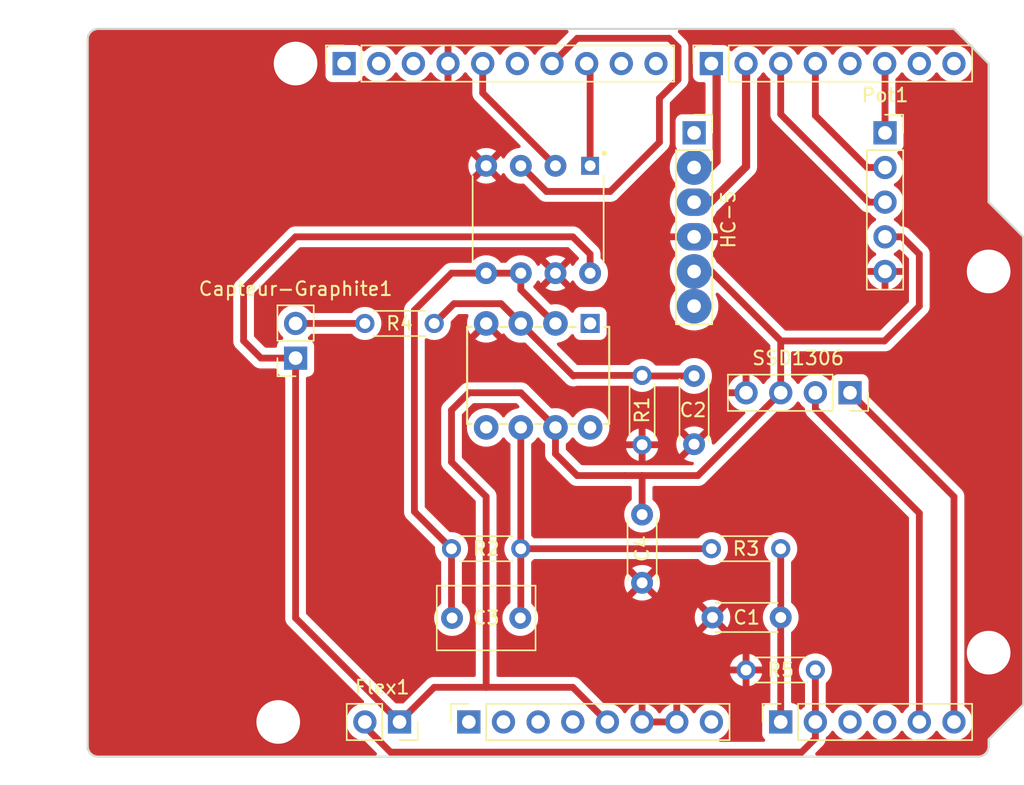
<source format=kicad_pcb>
(kicad_pcb (version 20221018) (generator pcbnew)
  (title_block (date "mar. 31 mars 2015"))
  (layers (0 "F.Cu" signal) (31 "B.Cu" signal) (34 "B.Paste" user) (35 "F.Paste" user) (36 "B.SilkS" user "B.Silkscreen") (37 "F.SilkS" user "F.Silkscreen") (38 "B.Mask" user) (39 "F.Mask" user) (44 "Edge.Cuts" user))
  (net 0 "")
  (net 1 "GND")
  (net 3 "ADC0")
  (net 4 "/IOREF")
  (net 5 "Net-(U1-+IN)")
  (net 6 "A")
  (net 7 "/A2")
  (net 8 "/A3")
  (net 9 "Net-(U1-OUT)")
  (net 10 "/12")
  (net 11 "/AREF")
  (net 12 "5V")
  (net 13 "SCK")
  (net 14 "/*9")
  (net 15 "/TX{slash}1")
  (net 16 "/*3")
  (net 17 "/RX{slash}0")
  (net 19 "/~{RESET}")
  (net 20 "MOSI")
  (net 21 "PWM{slash}SS")
  (net 22 "Net-(Capteur-Graphite1-Ampli)")
  (net 24 "/Vin")
  (net 25 "OLED SCL")
  (net 26 "OLED SDA")
  (net 27 "RXD")
  (net 28 "TXD")
  (net 29 "SW")
  (net 30 "DT")
  (net 31 "CLK")
  (net 36 "ADC1")
  (net 37 "/SCL{slash}A5")
  (net 38 "/SDA{slash}A4")
  (net 39 "/8")
  (footprint "Connector_PinSocket_2.54mm:PinSocket_1x08_P2.54mm_Vertical" (layer "F.Cu") (at 127.94 97.46 90)
    (fp_text reference "J1" hide)
    (fp_text value "Power")
    (fp_line (start -1.33 1.27) (end -1.33 19.11) (stroke (width 0.12)) (layer "F.SilkS"))
    (fp_line (start -1.33 1.27) (end 1.33 1.27) (stroke (width 0.12)) (layer "F.SilkS"))
    (fp_line (start -1.33 19.11) (end 1.33 19.11) (stroke (width 0.12)) (layer "F.SilkS"))
    (fp_line (start 0 -1.33) (end 1.33 -1.33) (stroke (width 0.12)) (layer "F.SilkS"))
    (fp_line (start 1.33 -1.33) (end 1.33 0) (stroke (width 0.12)) (layer "F.SilkS"))
    (fp_line (start 1.33 1.27) (end 1.33 19.11) (stroke (width 0.12)) (layer "F.SilkS"))
    (pad "1" thru_hole rect locked (at 0 0 90) (size 1.7 1.7) (drill 1) (layers "*.Cu" "*.Mask"))
    (pad "2" thru_hole oval locked (at 0 2.54 90) (size 1.7 1.7) (drill 1) (layers "*.Cu" "*.Mask") (net 4 "/IOREF"))
    (pad "3" thru_hole oval locked (at 0 5.08 90) (size 1.7 1.7) (drill 1) (layers "*.Cu" "*.Mask") (net 19 "/~{RESET}"))
    (pad "4" thru_hole oval locked (at 0 7.62 90) (size 1.7 1.7) (drill 1) (layers "*.Cu" "*.Mask"))
    (pad "5" thru_hole oval locked (at 0 10.16 90) (size 1.7 1.7) (drill 1) (layers "*.Cu" "*.Mask") (net 12 "5V"))
    (pad "6" thru_hole oval locked (at 0 12.7 90) (size 1.7 1.7) (drill 1) (layers "*.Cu" "*.Mask") (net 1 "GND"))
    (pad "7" thru_hole oval locked (at 0 15.24 90) (size 1.7 1.7) (drill 1) (layers "*.Cu" "*.Mask") (net 1 "GND"))
    (pad "8" thru_hole oval locked (at 0 17.78 90) (size 1.7 1.7) (drill 1) (layers "*.Cu" "*.Mask") (net 24 "/Vin"))
  )
  (footprint "Connector_PinSocket_2.54mm:PinSocket_1x06_P2.54mm_Vertical" (layer "F.Cu") (at 150.8 97.46 90)
    (fp_text reference "J3" hide)
    (fp_text value "Analog")
    (fp_line (start -1.33 1.27) (end -1.33 14.03) (stroke (width 0.12)) (layer "F.SilkS"))
    (fp_line (start -1.33 1.27) (end 1.33 1.27) (stroke (width 0.12)) (layer "F.SilkS"))
    (fp_line (start -1.33 14.03) (end 1.33 14.03) (stroke (width 0.12)) (layer "F.SilkS"))
    (fp_line (start 0 -1.33) (end 1.33 -1.33) (stroke (width 0.12)) (layer "F.SilkS"))
    (fp_line (start 1.33 -1.33) (end 1.33 0) (stroke (width 0.12)) (layer "F.SilkS"))
    (fp_line (start 1.33 1.27) (end 1.33 14.03) (stroke (width 0.12)) (layer "F.SilkS"))
    (pad "1" thru_hole rect locked (at 0 0 90) (size 1.7 1.7) (drill 1) (layers "*.Cu" "*.Mask") (net 3 "ADC0"))
    (pad "2" thru_hole oval locked (at 0 2.54 90) (size 1.7 1.7) (drill 1) (layers "*.Cu" "*.Mask") (net 36 "ADC1"))
    (pad "3" thru_hole oval locked (at 0 5.08 90) (size 1.7 1.7) (drill 1) (layers "*.Cu" "*.Mask") (net 7 "/A2"))
    (pad "4" thru_hole oval locked (at 0 7.62 90) (size 1.7 1.7) (drill 1) (layers "*.Cu" "*.Mask") (net 8 "/A3"))
    (pad "5" thru_hole oval locked (at 0 10.16 90) (size 1.7 1.7) (drill 1) (layers "*.Cu" "*.Mask") (net 26 "OLED SDA"))
    (pad "6" thru_hole oval locked (at 0 12.7 90) (size 1.7 1.7) (drill 1) (layers "*.Cu" "*.Mask") (net 25 "OLED SCL"))
  )
  (footprint "Connector_PinSocket_2.54mm:PinSocket_1x10_P2.54mm_Vertical" (layer "F.Cu") (at 118.796 49.2 90)
    (fp_text reference "J2" hide)
    (fp_text value "Digital/PWM")
    (fp_line (start -1.33 1.27) (end -1.33 24.19) (stroke (width 0.12)) (layer "F.SilkS"))
    (fp_line (start -1.33 1.27) (end 1.33 1.27) (stroke (width 0.12)) (layer "F.SilkS"))
    (fp_line (start -1.33 24.19) (end 1.33 24.19) (stroke (width 0.12)) (layer "F.SilkS"))
    (fp_line (start 0 -1.33) (end 1.33 -1.33) (stroke (width 0.12)) (layer "F.SilkS"))
    (fp_line (start 1.33 -1.33) (end 1.33 0) (stroke (width 0.12)) (layer "F.SilkS"))
    (fp_line (start 1.33 1.27) (end 1.33 24.19) (stroke (width 0.12)) (layer "F.SilkS"))
    (pad "1" thru_hole rect locked (at 0 0 90) (size 1.7 1.7) (drill 1) (layers "*.Cu" "*.Mask") (net 37 "/SCL{slash}A5"))
    (pad "2" thru_hole circle locked (at 0 2.54 90) (size 1.7 1.7) (drill 1) (layers "*.Cu" "*.Mask") (net 38 "/SDA{slash}A4"))
    (pad "3" thru_hole oval locked (at 0 5.08 90) (size 1.7 1.7) (drill 1) (layers "*.Cu" "*.Mask") (net 11 "/AREF"))
    (pad "4" thru_hole oval locked (at 0 7.62 90) (size 1.7 1.7) (drill 1) (layers "*.Cu" "*.Mask") (net 1 "GND"))
    (pad "5" thru_hole oval locked (at 0 10.16 90) (size 1.7 1.7) (drill 1) (layers "*.Cu" "*.Mask") (net 13 "SCK"))
    (pad "6" thru_hole oval locked (at 0 12.7 90) (size 1.7 1.7) (drill 1) (layers "*.Cu" "*.Mask") (net 10 "/12"))
    (pad "7" thru_hole oval locked (at 0 15.24 90) (size 1.7 1.7) (drill 1) (layers "*.Cu" "*.Mask") (net 20 "MOSI"))
    (pad "8" thru_hole oval locked (at 0 17.78 90) (size 1.7 1.7) (drill 1) (layers "*.Cu" "*.Mask") (net 21 "PWM{slash}SS"))
    (pad "9" thru_hole oval locked (at 0 20.32 90) (size 1.7 1.7) (drill 1) (layers "*.Cu" "*.Mask") (net 14 "/*9"))
    (pad "10" thru_hole oval locked (at 0 22.86 90) (size 1.7 1.7) (drill 1) (layers "*.Cu" "*.Mask") (net 39 "/8"))
  )
  (footprint "Connector_PinSocket_2.54mm:PinSocket_1x08_P2.54mm_Vertical" (layer "F.Cu") (at 145.72 49.2 90)
    (fp_text reference "J4" hide)
    (fp_text value "Digital/PWM")
    (fp_line (start -1.33 1.27) (end -1.33 19.11) (stroke (width 0.12)) (layer "F.SilkS"))
    (fp_line (start -1.33 1.27) (end 1.33 1.27) (stroke (width 0.12)) (layer "F.SilkS"))
    (fp_line (start -1.33 19.11) (end 1.33 19.11) (stroke (width 0.12)) (layer "F.SilkS"))
    (fp_line (start 0 -1.33) (end 1.33 -1.33) (stroke (width 0.12)) (layer "F.SilkS"))
    (fp_line (start 1.33 -1.33) (end 1.33 0) (stroke (width 0.12)) (layer "F.SilkS"))
    (fp_line (start 1.33 1.27) (end 1.33 19.11) (stroke (width 0.12)) (layer "F.SilkS"))
    (pad "1" thru_hole rect locked (at 0 0 90) (size 1.7 1.7) (drill 1) (layers "*.Cu" "*.Mask") (net 27 "RXD"))
    (pad "2" thru_hole oval locked (at 0 2.54 90) (size 1.7 1.7) (drill 1) (layers "*.Cu" "*.Mask") (net 28 "TXD"))
    (pad "3" thru_hole oval locked (at 0 5.08 90) (size 1.7 1.7) (drill 1) (layers "*.Cu" "*.Mask") (net 29 "SW"))
    (pad "4" thru_hole oval locked (at 0 7.62 90) (size 1.7 1.7) (drill 1) (layers "*.Cu" "*.Mask") (net 30 "DT"))
    (pad "5" thru_hole oval locked (at 0 10.16 90) (size 1.7 1.7) (drill 1) (layers "*.Cu" "*.Mask") (net 16 "/*3"))
    (pad "6" thru_hole oval locked (at 0 12.7 90) (size 1.7 1.7) (drill 1) (layers "*.Cu" "*.Mask") (net 31 "CLK"))
    (pad "7" thru_hole oval locked (at 0 15.24 90) (size 1.7 1.7) (drill 1) (layers "*.Cu" "*.Mask") (net 15 "/TX{slash}1"))
    (pad "8" thru_hole oval locked (at 0 17.78 90) (size 1.7 1.7) (drill 1) (layers "*.Cu" "*.Mask") (net 17 "/RX{slash}0"))
  )
  (footprint "Connector_PinSocket_2.54mm:PinSocket_1x02_P2.54mm_Vertical" (layer "F.Cu") (at 115.24 70.79 180)
    (fp_text reference "Capteur-Graphite1" (at 0 5.08) (layer "F.SilkS"))
    (fp_text value "Capteur Graphite")
    (fp_line (start -1.33 1.27) (end -1.33 3.87) (stroke (width 0.12)) (layer "F.SilkS"))
    (fp_line (start -1.33 1.27) (end 1.33 1.27) (stroke (width 0.12)) (layer "F.SilkS"))
    (fp_line (start -1.33 3.87) (end 1.33 3.87) (stroke (width 0.12)) (layer "F.SilkS"))
    (fp_line (start 0 -1.33) (end 1.33 -1.33) (stroke (width 0.12)) (layer "F.SilkS"))
    (fp_line (start 1.33 -1.33) (end 1.33 0) (stroke (width 0.12)) (layer "F.SilkS"))
    (fp_line (start 1.33 1.27) (end 1.33 3.87) (stroke (width 0.12)) (layer "F.SilkS"))
    (pad "1" thru_hole rect (at 0 0 180) (size 1.7 1.7) (drill 1) (layers "*.Cu" "*.Mask") (net 12 "5V"))
    (pad "2" thru_hole oval (at 0 2.54 180) (size 1.7 1.7) (drill 1) (layers "*.Cu" "*.Mask") (net 22 "Net-(Capteur-Graphite1-Ampli)"))
  )
  (footprint "Connector_PinSocket_2.54mm:PinSocket_1x04_P2.54mm_Vertical" (layer "F.Cu") (at 155.88 73.33 -90)
    (fp_text reference "SSD1306" (at -2.54 3.81) (layer "F.SilkS"))
    (fp_text value "SSD1306")
    (fp_line (start -1.33 1.27) (end -1.33 8.95) (stroke (width 0.12)) (layer "F.SilkS"))
    (fp_line (start -1.33 1.27) (end 1.33 1.27) (stroke (width 0.12)) (layer "F.SilkS"))
    (fp_line (start -1.33 8.95) (end 1.33 8.95) (stroke (width 0.12)) (layer "F.SilkS"))
    (fp_line (start 0 -1.33) (end 1.33 -1.33) (stroke (width 0.12)) (layer "F.SilkS"))
    (fp_line (start 1.33 -1.33) (end 1.33 0) (stroke (width 0.12)) (layer "F.SilkS"))
    (fp_line (start 1.33 1.27) (end 1.33 8.95) (stroke (width 0.12)) (layer "F.SilkS"))
    (pad "1" thru_hole rect (at 0 0 270) (size 1.7 1.7) (drill 1) (layers "*.Cu" "*.Mask") (net 25 "OLED SCL"))
    (pad "2" thru_hole oval (at 0 2.54 270) (size 1.7 1.7) (drill 1) (layers "*.Cu" "*.Mask") (net 26 "OLED SDA"))
    (pad "3" thru_hole oval (at 0 5.08 270) (size 1.7 1.7) (drill 1) (layers "*.Cu" "*.Mask") (net 12 "5V"))
    (pad "4" thru_hole oval (at 0 7.62 270) (size 1.7 1.7) (drill 1) (layers "*.Cu" "*.Mask") (net 1 "GND"))
  )
  (footprint "Ma_Librairie:LTC1050" (layer "F.Cu") (at 129.21 75.87 -90)
    (fp_text reference "U1" hide)
    (fp_text value "LTC1050#CN8")
    (fp_line (start -7.366 -9.017) (end -7.366 -8.6614) (stroke (width 0.1524)) (layer "F.SilkS"))
    (fp_line (start -7.366 -6.5786) (end -7.366 -6.0706) (stroke (width 0.1524)) (layer "F.SilkS"))
    (fp_line (start -7.366 -4.0894) (end -7.366 -3.5306) (stroke (width 0.1524)) (layer "F.SilkS"))
    (fp_line (start -7.366 -1.5494) (end -7.366 -0.9906) (stroke (width 0.1524)) (layer "F.SilkS"))
    (fp_line (start -7.366 0.9906) (end -7.366 1.397) (stroke (width 0.1524)) (layer "F.SilkS"))
    (fp_line (start -7.366 1.397) (end -0.254 1.397) (stroke (width 0.1524)) (layer "F.SilkS"))
    (fp_line (start -0.254 -9.017) (end -7.366 -9.017) (stroke (width 0.1524)) (layer "F.SilkS"))
    (fp_line (start -0.254 -8.6106) (end -0.254 -9.017) (stroke (width 0.1524)) (layer "F.SilkS"))
    (fp_line (start -0.254 -6.0706) (end -0.254 -6.6294) (stroke (width 0.1524)) (layer "F.SilkS"))
    (fp_line (start -0.254 -3.5306) (end -0.254 -4.0894) (stroke (width 0.1524)) (layer "F.SilkS"))
    (fp_line (start -0.254 -0.9906) (end -0.254 -1.5494) (stroke (width 0.1524)) (layer "F.SilkS"))
    (fp_line (start -0.254 1.397) (end -0.254 0.9906) (stroke (width 0.1524)) (layer "F.SilkS"))
    (pad "1" thru_hole rect (at -7.62 -7.62 270) (size 1.397 1.397) (drill 0.9) (layers "*.Cu" "*.Mask"))
    (pad "2" thru_hole circle (at -7.62 -5.08 270) (size 1.8 1.8) (drill 0.9) (layers "*.Cu" "*.Mask") (net 6 "A"))
    (pad "3" thru_hole circle (at -7.62 -2.54 270) (size 1.8 1.8) (drill 0.9) (layers "*.Cu" "*.Mask") (net 5 "Net-(U1-+IN)"))
    (pad "4" thru_hole circle (at -7.62 0 270) (size 1.8 1.8) (drill 0.9) (layers "*.Cu" "*.Mask") (net 1 "GND"))
    (pad "5" thru_hole circle (at 0 0 270) (size 1.8 1.8) (drill 0.9) (layers "*.Cu" "*.Mask"))
    (pad "6" thru_hole circle (at 0 -2.54 270) (size 1.8 1.8) (drill 0.9) (layers "*.Cu" "*.Mask") (net 9 "Net-(U1-OUT)"))
    (pad "7" thru_hole circle (at 0 -5.08 270) (size 1.8 1.8) (drill 0.9) (layers "*.Cu" "*.Mask") (net 12 "5V"))
    (pad "8" thru_hole circle (at 0 -7.62 270) (size 1.8 1.8) (drill 0.9) (layers "*.Cu" "*.Mask"))
  )
  (footprint "Resistor_THT:R_Axial_DIN0204_L3.6mm_D1.6mm_P5.08mm_Horizontal" (layer "F.Cu") (at 126.67 84.76)
    (fp_text reference "R2" (at 2.54 0) (layer "F.SilkS"))
    (fp_text value "100k")
    (fp_line (start 0.62 -0.92) (end 4.46 -0.92) (stroke (width 0.12)) (layer "F.SilkS"))
    (fp_line (start 0.62 0.92) (end 4.46 0.92) (stroke (width 0.12)) (layer "F.SilkS"))
    (pad "1" thru_hole circle (at 0 0) (size 1.4 1.4) (drill 0.8) (layers "*.Cu" "*.Mask") (net 6 "A"))
    (pad "2" thru_hole oval (at 5.08 0) (size 1.4 1.4) (drill 0.8) (layers "*.Cu" "*.Mask") (net 9 "Net-(U1-OUT)"))
  )
  (footprint "Resistor_THT:R_Axial_DIN0204_L3.6mm_D1.6mm_P5.08mm_Horizontal" (layer "F.Cu") (at 145.72 84.76)
    (fp_text reference "R3" (at 2.54 0 180) (layer "F.SilkS"))
    (fp_text value "1k")
    (fp_line (start 0.62 -0.92) (end 4.46 -0.92) (stroke (width 0.12)) (layer "F.SilkS"))
    (fp_line (start 0.62 0.92) (end 4.46 0.92) (stroke (width 0.12)) (layer "F.SilkS"))
    (pad "1" thru_hole circle (at 0 0) (size 1.4 1.4) (drill 0.8) (layers "*.Cu" "*.Mask") (net 9 "Net-(U1-OUT)"))
    (pad "2" thru_hole oval (at 5.08 0) (size 1.4 1.4) (drill 0.8) (layers "*.Cu" "*.Mask") (net 3 "ADC0"))
  )
  (footprint "Capacitor_THT:C_Disc_D4.3mm_W1.9mm_P5.00mm" (layer "F.Cu") (at 150.8 89.8 180)
    (fp_text reference "C1" (at 2.5 0 180) (layer "F.SilkS"))
    (fp_text value "100n")
    (fp_line (start 0.23 -1.07) (end 0.23 -1.055) (stroke (width 0.12)) (layer "F.SilkS"))
    (fp_line (start 0.23 -1.07) (end 4.77 -1.07) (stroke (width 0.12)) (layer "F.SilkS"))
    (fp_line (start 0.23 1.055) (end 0.23 1.07) (stroke (width 0.12)) (layer "F.SilkS"))
    (fp_line (start 0.23 1.07) (end 4.77 1.07) (stroke (width 0.12)) (layer "F.SilkS"))
    (fp_line (start 4.77 -1.07) (end 4.77 -1.055) (stroke (width 0.12)) (layer "F.SilkS"))
    (fp_line (start 4.77 1.055) (end 4.77 1.07) (stroke (width 0.12)) (layer "F.SilkS"))
    (pad "1" thru_hole circle (at 0 0 180) (size 1.6 1.6) (drill 0.8) (layers "*.Cu" "*.Mask") (net 3 "ADC0"))
    (pad "2" thru_hole circle (at 5 0 180) (size 1.6 1.6) (drill 0.8) (layers "*.Cu" "*.Mask") (net 1 "GND"))
  )
  (footprint "Arduino_MountingHole:MountingHole_3.2mm" (layer "F.Cu") (at 115.24 49.2)
    (fp_text reference "MH1" hide)
    (fp_text value "MountingHole_3.2mm" hide)
    (pad "" np_thru_hole circle locked (at 0 0) (size 3.2 3.2) (drill 3.2) (layers "*.Cu" "*.Mask"))
  )
  (footprint "Connector_PinSocket_2.54mm:PinSocket_1x05_P2.54mm_Vertical" (layer "F.Cu") (at 158.445 54.28)
    (fp_text reference "Pot1" (at 0 -2.77) (layer "F.SilkS"))
    (fp_text value "KY-040")
    (fp_line (start -1.33 1.27) (end -1.33 11.49) (stroke (width 0.12)) (layer "F.SilkS"))
    (fp_line (start -1.33 1.27) (end 1.33 1.27) (stroke (width 0.12)) (layer "F.SilkS"))
    (fp_line (start -1.33 11.49) (end 1.33 11.49) (stroke (width 0.12)) (layer "F.SilkS"))
    (fp_line (start 0 -1.33) (end 1.33 -1.33) (stroke (width 0.12)) (layer "F.SilkS"))
    (fp_line (start 1.33 -1.33) (end 1.33 0) (stroke (width 0.12)) (layer "F.SilkS"))
    (fp_line (start 1.33 1.27) (end 1.33 11.49) (stroke (width 0.12)) (layer "F.SilkS"))
    (pad "1" thru_hole rect (at 0 0) (size 1.7 1.7) (drill 1) (layers "*.Cu" "*.Mask") (net 31 "CLK"))
    (pad "2" thru_hole oval (at 0 2.54) (size 1.7 1.7) (drill 1) (layers "*.Cu" "*.Mask") (net 30 "DT"))
    (pad "3" thru_hole oval (at 0 5.08) (size 1.7 1.7) (drill 1) (layers "*.Cu" "*.Mask") (net 29 "SW"))
    (pad "4" thru_hole oval (at 0 7.62) (size 1.7 1.7) (drill 1) (layers "*.Cu" "*.Mask") (net 12 "5V"))
    (pad "5" thru_hole oval (at 0 10.16) (size 1.7 1.7) (drill 1) (layers "*.Cu" "*.Mask") (net 1 "GND"))
  )
  (footprint "Resistor_THT:R_Axial_DIN0204_L3.6mm_D1.6mm_P5.08mm_Horizontal" (layer "F.Cu") (at 120.32 68.25)
    (fp_text reference "R4" (at 2.54 0) (layer "F.SilkS"))
    (fp_text value "10k")
    (fp_line (start 0.62 -0.92) (end 4.46 -0.92) (stroke (width 0.12)) (layer "F.SilkS"))
    (fp_line (start 0.62 0.92) (end 4.46 0.92) (stroke (width 0.12)) (layer "F.SilkS"))
    (pad "1" thru_hole circle (at 0 0) (size 1.4 1.4) (drill 0.8) (layers "*.Cu" "*.Mask") (net 22 "Net-(Capteur-Graphite1-Ampli)"))
    (pad "2" thru_hole oval (at 5.08 0) (size 1.4 1.4) (drill 0.8) (layers "*.Cu" "*.Mask") (net 5 "Net-(U1-+IN)"))
  )
  (footprint "Resistor_THT:R_Axial_DIN0204_L3.6mm_D1.6mm_P5.08mm_Horizontal" (layer "F.Cu") (at 153.34 93.65 180)
    (fp_text reference "R5" (at 2.54 0) (layer "F.SilkS"))
    (fp_text value "47k")
    (fp_line (start 0.62 -0.92) (end 4.46 -0.92) (stroke (width 0.12)) (layer "F.SilkS"))
    (fp_line (start 0.62 0.92) (end 4.46 0.92) (stroke (width 0.12)) (layer "F.SilkS"))
    (pad "1" thru_hole circle (at 0 0 180) (size 1.4 1.4) (drill 0.8) (layers "*.Cu" "*.Mask") (net 36 "ADC1"))
    (pad "2" thru_hole oval (at 5.08 0 180) (size 1.4 1.4) (drill 0.8) (layers "*.Cu" "*.Mask") (net 1 "GND"))
  )
  (footprint "Resistor_THT:R_Axial_DIN0204_L3.6mm_D1.6mm_P5.08mm_Horizontal" (layer "F.Cu") (at 140.64 72.06 -90)
    (fp_text reference "R1" (at 2.54 0 90) (layer "F.SilkS"))
    (fp_text value "100k")
    (fp_line (start 0.62 -0.92) (end 4.46 -0.92) (stroke (width 0.12)) (layer "F.SilkS"))
    (fp_line (start 0.62 0.92) (end 4.46 0.92) (stroke (width 0.12)) (layer "F.SilkS"))
    (pad "1" thru_hole circle (at 0 0 270) (size 1.4 1.4) (drill 0.8) (layers "*.Cu" "*.Mask") (net 5 "Net-(U1-+IN)"))
    (pad "2" thru_hole oval (at 5.08 0 270) (size 1.4 1.4) (drill 0.8) (layers "*.Cu" "*.Mask") (net 1 "GND"))
  )
  (footprint "Connector_PinSocket_2.54mm:PinSocket_1x06_P2.54mm_Vertical" (layer "F.Cu") (at 144.45 54.28)
    (fp_text reference "HC-5" (at 2.515 6.35 90) (layer "F.SilkS"))
    (fp_text value "HC-05")
    (fp_line (start -1.33 1.27) (end -1.33 14.03) (stroke (width 0.12)) (layer "F.SilkS"))
    (fp_line (start -1.33 1.27) (end 1.33 1.27) (stroke (width 0.12)) (layer "F.SilkS"))
    (fp_line (start -1.33 14.03) (end 1.33 14.03) (stroke (width 0.12)) (layer "F.SilkS"))
    (fp_line (start 0 -1.33) (end 1.33 -1.33) (stroke (width 0.12)) (layer "F.SilkS"))
    (fp_line (start 1.33 -1.33) (end 1.33 0) (stroke (width 0.12)) (layer "F.SilkS"))
    (fp_line (start 1.33 1.27) (end 1.33 14.03) (stroke (width 0.12)) (layer "F.SilkS"))
    (pad "1" thru_hole rect (at 0 0) (size 1.7 1.7) (drill 1) (layers "*.Cu" "*.Mask"))
    (pad "2" thru_hole oval (at 0 2.54) (size 2.54 2.54) (drill 1) (layers "*.Cu" "*.Mask") (net 27 "RXD"))
    (pad "3" thru_hole oval (at 0 5.08) (size 2.54 2) (drill 1) (layers "*.Cu" "*.Mask") (net 28 "TXD"))
    (pad "4" thru_hole oval (at 0 7.62) (size 2.54 2) (drill 1) (layers "*.Cu" "*.Mask") (net 1 "GND"))
    (pad "5" thru_hole oval (at 0 10.16) (size 2.54 2.54) (drill 1) (layers "*.Cu" "*.Mask") (net 12 "5V"))
    (pad "6" thru_hole oval (at 0 12.7) (size 2.54 2.54) (drill 1) (layers "*.Cu" "*.Mask"))
  )
  (footprint "Connector_PinSocket_2.54mm:PinSocket_1x02_P2.54mm_Vertical" (layer "F.Cu") (at 122.86 97.46 -90)
    (fp_text reference "Flex1" (at -2.54 1.27) (layer "F.SilkS"))
    (fp_text value "Flex")
    (fp_line (start -1.33 1.27) (end -1.33 3.87) (stroke (width 0.12)) (layer "F.SilkS"))
    (fp_line (start -1.33 1.27) (end 1.33 1.27) (stroke (width 0.12)) (layer "F.SilkS"))
    (fp_line (start -1.33 3.87) (end 1.33 3.87) (stroke (width 0.12)) (layer "F.SilkS"))
    (fp_line (start 0 -1.33) (end 1.33 -1.33) (stroke (width 0.12)) (layer "F.SilkS"))
    (fp_line (start 1.33 -1.33) (end 1.33 0) (stroke (width 0.12)) (layer "F.SilkS"))
    (fp_line (start 1.33 1.27) (end 1.33 3.87) (stroke (width 0.12)) (layer "F.SilkS"))
    (pad "1" thru_hole rect (at 0 0 270) (size 1.7 1.7) (drill 1) (layers "*.Cu" "*.Mask") (net 12 "5V"))
    (pad "2" thru_hole oval (at 0 2.54 270) (size 1.7 1.7) (drill 1) (layers "*.Cu" "*.Mask") (net 36 "ADC1"))
  )
  (footprint "Capacitor_THT:C_Rect_L7.0mm_W4.5mm_P5.00mm" (layer "F.Cu") (at 126.71 89.84)
    (fp_text reference "C3" (at 2.5 0) (layer "F.SilkS"))
    (fp_text value "1u")
    (fp_line (start -1.12 -2.37) (end -1.12 2.37) (stroke (width 0.12)) (layer "F.SilkS"))
    (fp_line (start -1.12 -2.37) (end 6.12 -2.37) (stroke (width 0.12)) (layer "F.SilkS"))
    (fp_line (start -1.12 2.37) (end 6.12 2.37) (stroke (width 0.12)) (layer "F.SilkS"))
    (fp_line (start 6.12 -2.37) (end 6.12 2.37) (stroke (width 0.12)) (layer "F.SilkS"))
    (pad "1" thru_hole circle (at 0 0) (size 1.6 1.6) (drill 0.8) (layers "*.Cu" "*.Mask") (net 6 "A"))
    (pad "2" thru_hole circle (at 5 0) (size 1.6 1.6) (drill 0.8) (layers "*.Cu" "*.Mask") (net 9 "Net-(U1-OUT)"))
  )
  (footprint "Ma_Librairie:MCP" (layer "F.Cu") (at 133.02 60.63 -90)
    (fp_text reference "U2" hide)
    (fp_text value "MCP41050")
    (fp_line (start -3.18 -4.8) (end 3.18 -4.8) (stroke (width 0.127)) (layer "F.SilkS"))
    (fp_line (start 3.18 4.8) (end -3.18 4.8) (stroke (width 0.127)) (layer "F.SilkS"))
    (fp_circle (center -4.85 -4.85) (end -4.75 -4.85) (stroke (width 0.2)) (fill none) (layer "F.SilkS"))
    (pad "1" thru_hole rect (at -3.935 -3.81 270) (size 1.308 1.308) (drill 0.8) (layers "*.Cu" "*.Mask") (net 21 "PWM{slash}SS"))
    (pad "2" thru_hole circle (at -3.935 -1.27 270) (size 1.6 1.6) (drill 0.8) (layers "*.Cu" "*.Mask") (net 13 "SCK"))
    (pad "3" thru_hole circle (at -3.935 1.27 270) (size 1.6 1.6) (drill 0.8) (layers "*.Cu" "*.Mask") (net 20 "MOSI"))
    (pad "4" thru_hole circle (at -3.935 3.81 270) (size 1.6 1.6) (drill 0.8) (layers "*.Cu" "*.Mask") (net 1 "GND"))
    (pad "5" thru_hole circle (at 3.935 3.81 270) (size 1.6 1.6) (drill 0.8) (layers "*.Cu" "*.Mask") (net 6 "A"))
    (pad "6" thru_hole circle (at 3.935 1.27 270) (size 1.6 1.6) (drill 0.8) (layers "*.Cu" "*.Mask") (net 6 "A"))
    (pad "7" thru_hole circle (at 3.935 -1.27 270) (size 1.6 1.6) (drill 0.8) (layers "*.Cu" "*.Mask") (net 1 "GND"))
    (pad "8" thru_hole circle (at 3.935 -3.81 270) (size 1.6 1.6) (drill 0.8) (layers "*.Cu" "*.Mask") (net 12 "5V"))
  )
  (footprint "Capacitor_THT:C_Disc_D4.3mm_W1.9mm_P5.00mm" (layer "F.Cu") (at 140.64 87.26 90)
    (fp_text reference "C4" (at 2.5 0 90) (layer "F.SilkS"))
    (fp_text value "100n")
    (fp_line (start 0.23 -1.07) (end 0.23 -1.055) (stroke (width 0.12)) (layer "F.SilkS"))
    (fp_line (start 0.23 -1.07) (end 4.77 -1.07) (stroke (width 0.12)) (layer "F.SilkS"))
    (fp_line (start 0.23 1.055) (end 0.23 1.07) (stroke (width 0.12)) (layer "F.SilkS"))
    (fp_line (start 0.23 1.07) (end 4.77 1.07) (stroke (width 0.12)) (layer "F.SilkS"))
    (fp_line (start 4.77 -1.07) (end 4.77 -1.055) (stroke (width 0.12)) (layer "F.SilkS"))
    (fp_line (start 4.77 1.055) (end 4.77 1.07) (stroke (width 0.12)) (layer "F.SilkS"))
    (pad "1" thru_hole circle (at 0 0 90) (size 1.6 1.6) (drill 0.8) (layers "*.Cu" "*.Mask") (net 1 "GND"))
    (pad "2" thru_hole circle (at 5 0 90) (size 1.6 1.6) (drill 0.8) (layers "*.Cu" "*.Mask") (net 12 "5V"))
  )
  (footprint "Arduino_MountingHole:MountingHole_3.2mm" (layer "F.Cu") (at 113.97 97.46)
    (fp_text reference "MH2" hide)
    (fp_text value "MountingHole_3.2mm" hide)
    (pad "" np_thru_hole circle locked (at 0 0) (size 3.2 3.2) (drill 3.2) (layers "*.Cu" "*.Mask"))
  )
  (footprint "Arduino_MountingHole:MountingHole_3.2mm" (layer "F.Cu") (at 166.04 64.44)
    (fp_text reference "MH3" hide)
    (fp_text value "MountingHole_3.2mm" hide)
    (pad "" np_thru_hole circle locked (at 0 0) (size 3.2 3.2) (drill 3.2) (layers "*.Cu" "*.Mask"))
  )
  (footprint "Arduino_MountingHole:MountingHole_3.2mm" (layer "F.Cu") (at 166.04 92.38)
    (fp_text reference "MH4" hide)
    (fp_text value "MountingHole_3.2mm" hide)
    (pad "" np_thru_hole circle locked (at 0 0) (size 3.2 3.2) (drill 3.2) (layers "*.Cu" "*.Mask"))
  )
  (footprint "Capacitor_THT:C_Disc_D4.3mm_W1.9mm_P5.00mm" (layer "F.Cu") (at 144.45 72.1 -90)
    (fp_text reference "C2" (at 2.5 0.08 -180) (layer "F.SilkS"))
    (fp_text value "100n")
    (fp_line (start 0.23 -1.07) (end 0.23 -1.055) (stroke (width 0.12)) (layer "F.SilkS"))
    (fp_line (start 0.23 -1.07) (end 4.77 -1.07) (stroke (width 0.12)) (layer "F.SilkS"))
    (fp_line (start 0.23 1.055) (end 0.23 1.07) (stroke (width 0.12)) (layer "F.SilkS"))
    (fp_line (start 0.23 1.07) (end 4.77 1.07) (stroke (width 0.12)) (layer "F.SilkS"))
    (fp_line (start 4.77 -1.07) (end 4.77 -1.055) (stroke (width 0.12)) (layer "F.SilkS"))
    (fp_line (start 4.77 1.055) (end 4.77 1.07) (stroke (width 0.12)) (layer "F.SilkS"))
    (pad "1" thru_hole circle (at 0 0 270) (size 1.6 1.6) (drill 0.8) (layers "*.Cu" "*.Mask") (net 5 "Net-(U1-+IN)"))
    (pad "2" thru_hole circle (at 5 0 270) (size 1.6 1.6) (drill 0.8) (layers "*.Cu" "*.Mask") (net 1 "GND"))
  )
  (gr_line (start 166.04 59.36) (end 168.58 61.9) (stroke (width 0.15)) (layer "Edge.Cuts"))
  (gr_line (start 100 99.238) (end 100 47.422) (stroke (width 0.15)) (layer "Edge.Cuts"))
  (gr_line (start 168.58 61.9) (end 168.58 96.19) (stroke (width 0.15)) (layer "Edge.Cuts"))
  (gr_line (start 165.278 100) (end 100.762 100) (stroke (width 0.15)) (layer "Edge.Cuts"))
  (gr_line (start 100.762 46.66) (end 163.5 46.66) (stroke (width 0.15)) (layer "Edge.Cuts"))
  (gr_arc (start 100.762 100) (mid 100.223185 99.776815) (end 100 99.238) (stroke (width 0.15)) (layer "Edge.Cuts"))
  (gr_line (start 168.58 96.19) (end 166.04 98.73) (stroke (width 0.15)) (layer "Edge.Cuts"))
  (gr_line (start 163.5 46.66) (end 166.04 49.2) (stroke (width 0.15)) (layer "Edge.Cuts"))
  (gr_arc (start 166.04 99.238) (mid 165.816815 99.776815) (end 165.278 100) (stroke (width 0.15)) (layer "Edge.Cuts"))
  (gr_line (start 166.04 49.2) (end 166.04 59.36) (stroke (width 0.15)) (layer "Edge.Cuts"))
  (gr_line (start 166.04 98.73) (end 166.04 99.238) (stroke (width 0.15)) (layer "Edge.Cuts"))
  (gr_arc (start 100 47.422) (mid 100.223185 46.883185) (end 100.762 46.66) (stroke (width 0.15)) (layer "Edge.Cuts"))
  (segment (start 134.29 64.565) (end 134.29 64.44) (width 0.5) (layer "F.Cu") (net 1))
  (segment (start 126.416 49.2) (end 126.416 53.901) (width 0.5) (layer "F.Cu") (net 1))
  (segment (start 126.416 53.901) (end 129.21 56.695) (width 0.5) (layer "F.Cu") (net 1))
  (segment (start 140.68 77.1) (end 140.64 77.14) (width 0.5) (layer "F.Cu") (net 1))
  (segment (start 150.8 97.46) (end 150.8 89.8) (width 0.5) (layer "F.Cu") (net 3))
  (segment (start 150.8 89.8) (end 150.8 84.76) (width 0.5) (layer "F.Cu") (net 3))
  (segment (start 135.64 72.06) (end 135.6 72.1) (width 0.5) (layer "F.Cu") (net 5))
  (segment (start 140.64 72.06) (end 135.64 72.06) (width 0.5) (layer "F.Cu") (net 5))
  (segment (start 140.68 72.1) (end 140.64 72.06) (width 0.5) (layer "F.Cu") (net 5))
  (segment (start 126.8485 66.8015) (end 125.4 68.25) (width 0.5) (layer "F.Cu") (net 5))
  (segment (start 130.3015 66.8015) (end 126.8485 66.8015) (width 0.5) (layer "F.Cu") (net 5))
  (segment (start 131.75 68.25) (end 130.3015 66.8015) (width 0.5) (layer "F.Cu") (net 5))
  (segment (start 135.6 72.1) (end 131.75 68.25) (width 0.5) (layer "F.Cu") (net 5))
  (segment (start 144.45 72.1) (end 140.68 72.1) (width 0.5) (layer "F.Cu") (net 5))
  (segment (start 126.67 84.76) (end 123.95 82.04) (width 0.5) (layer "F.Cu") (net 6))
  (segment (start 129.21 64.565) (end 131.75 64.565) (width 0.5) (layer "F.Cu") (net 6))
  (segment (start 126.67 89.76) (end 126.75 89.84) (width 0.5) (layer "F.Cu") (net 6))
  (segment (start 134.29 68.25) (end 134.2275 68.25) (width 0.5) (layer "F.Cu") (net 6))
  (segment (start 123.95 82.04) (end 123.95 67.285) (width 0.5) (layer "F.Cu") (net 6))
  (segment (start 126.67 64.565) (end 123.95 67.285) (width 0.5) (layer "F.Cu") (net 6))
  (segment (start 126.67 84.76) (end 126.67 89.76) (width 0.5) (layer "F.Cu") (net 6))
  (segment (start 134.2275 68.25) (end 131.75 65.7725) (width 0.5) (layer "F.Cu") (net 6))
  (segment (start 131.75 65.7725) (end 131.75 64.565) (width 0.5) (layer "F.Cu") (net 6))
  (segment (start 129.21 64.565) (end 126.67 64.565) (width 0.5) (layer "F.Cu") (net 6))
  (segment (start 131.75 84.76) (end 131.75 75.87) (width 0.5) (layer "F.Cu") (net 9))
  (segment (start 145.72 84.76) (end 131.75 84.76) (width 0.5) (layer "F.Cu") (net 9))
  (segment (start 131.75 84.76) (end 131.75 89.84) (width 0.5) (layer "F.Cu") (net 9))
  (segment (start 115.24 89.84) (end 122.86 97.46) (width 0.5) (layer "F.Cu") (net 12))
  (segment (start 160.96 66.98) (end 158.4075 69.5325) (width 0.5) (layer "F.Cu") (net 12))
  (segment (start 127.94 73.33) (end 126.67 74.6) (width 0.5) (layer "F.Cu") (net 12))
  (segment (start 115.24 61.9) (end 135.56 61.9) (width 0.5) (layer "F.Cu") (net 12))
  (segment (start 125.4 94.92) (end 129.21 94.92) (width 0.5) (layer "F.Cu") (net 12))
  (segment (start 158.4075 69.5325) (end 150.8125 69.5325) (width 0.5) (layer "F.Cu") (net 12))
  (segment (start 131.75 73.33) (end 127.94 73.33) (width 0.5) (layer "F.Cu") (net 12))
  (segment (start 129.21 94.92) (end 135.56 94.92) (width 0.5) (layer "F.Cu") (net 12))
  (segment (start 134.29 75.87) (end 134.29 77.81) (width 0.5) (layer "F.Cu") (net 12))
  (segment (start 139.37 79.4) (end 135.88 79.4) (width 0.5) (layer "F.Cu") (net 12))
  (segment (start 150.8 73.33) (end 144.73 79.4) (width 0.5) (layer "F.Cu") (net 12))
  (segment (start 111.43 65.71) (end 115.24 61.9) (width 0.5) (layer "F.Cu") (net 12))
  (segment (start 129.21 94.92) (end 129.21 80.95) (width 0.5) (layer "F.Cu") (net 12))
  (segment (start 115.24 70.79) (end 115.24 89.84) (width 0.5) (layer "F.Cu") (net 12))
  (segment (start 140.64 79.4) (end 139.37 79.4) (width 0.5) (layer "F.Cu") (net 12))
  (segment (start 134.29 75.87) (end 131.75 73.33) (width 0.5) (layer "F.Cu") (net 12))
  (segment (start 150.8 69.545) (end 150.8 73.33) (width 0.5) (layer "F.Cu") (net 12))
  (segment (start 134.29 77.81) (end 135.88 79.4) (width 0.5) (layer "F.Cu") (net 12))
  (segment (start 111.43 69.52) (end 111.43 65.71) (width 0.5) (layer "F.Cu") (net 12))
  (segment (start 158.445 61.9) (end 159.69 61.9) (width 0.5) (layer "F.Cu") (net 12))
  (segment (start 160.96 63.17) (end 160.96 66.98) (width 0.5) (layer "F.Cu") (net 12))
  (segment (start 140.64 82.26) (end 140.64 79.4) (width 0.5) (layer "F.Cu") (net 12))
  (segment (start 122.86 97.46) (end 125.4 94.92) (width 0.5) (layer "F.Cu") (net 12))
  (segment (start 126.67 78.41) (end 129.21 80.95) (width 0.5) (layer "F.Cu") (net 12))
  (segment (start 150.8125 69.5325) (end 150.8 69.545) (width 0.5) (layer "F.Cu") (net 12))
  (segment (start 135.56 61.9) (end 136.83 63.17) (width 0.5) (layer "F.Cu") (net 12))
  (segment (start 115.24 70.79) (end 112.7 70.79) (width 0.5) (layer "F.Cu") (net 12))
  (segment (start 144.325 64.565) (end 144.45 64.44) (width 0.5) (layer "F.Cu") (net 12))
  (segment (start 144.73 79.4) (end 140.64 79.4) (width 0.5) (layer "F.Cu") (net 12))
  (segment (start 126.67 74.6) (end 126.67 78.41) (width 0.5) (layer "F.Cu") (net 12))
  (segment (start 145.72 64.44) (end 150.8125 69.5325) (width 0.5) (layer "F.Cu") (net 12))
  (segment (start 135.56 94.92) (end 138.1 97.46) (width 0.5) (layer "F.Cu") (net 12))
  (segment (start 144.45 64.44) (end 145.72 64.44) (width 0.5) (layer "F.Cu") (net 12))
  (segment (start 112.7 70.79) (end 111.43 69.52) (width 0.5) (layer "F.Cu") (net 12))
  (segment (start 136.83 63.17) (end 136.83 64.565) (width 0.5) (layer "F.Cu") (net 12))
  (segment (start 159.69 61.9) (end 160.96 63.17) (width 0.5) (layer "F.Cu") (net 12))
  (segment (start 128.956 49.2) (end 128.956 51.361) (width 0.5) (layer "F.Cu") (net 13))
  (segment (start 128.956 51.361) (end 134.29 56.695) (width 0.5) (layer "F.Cu") (net 13))
  (segment (start 143.275 48) (end 142.625 47.35) (width 0.5) (layer "F.Cu") (net 20))
  (segment (start 135.886 47.35) (end 134.036 49.2) (width 0.5) (layer "F.Cu") (net 20))
  (segment (start 131.75 56.695) (end 133.63 58.575) (width 0.5) (layer "F.Cu") (net 20))
  (segment (start 142.625 47.35) (end 135.886 47.35) (width 0.5) (layer "F.Cu") (net 20))
  (segment (start 141.91 54.965) (end 141.91 51.74) (width 0.5) (layer "F.Cu") (net 20))
  (segment (start 134.29 49.454) (end 134.036 49.2) (width 0.5) (layer "F.Cu") (net 20))
  (segment (start 143.275 50.375) (end 143.275 48) (width 0.5) (layer "F.Cu") (net 20))
  (segment (start 131.75 56.695) (end 131.75 56.82) (width 0.5) (layer "F.Cu") (net 20))
  (segment (start 141.91 51.74) (end 143.275 50.375) (width 0.5) (layer "F.Cu") (net 20))
  (segment (start 138.3 58.575) (end 141.91 54.965) (width 0.5) (layer "F.Cu") (net 20))
  (segment (start 131.75 56.82) (end 131.496 56.566) (width 0.5) (layer "F.Cu") (net 20))
  (segment (start 133.63 58.575) (end 138.3 58.575) (width 0.5) (layer "F.Cu") (net 20))
  (segment (start 136.83 49.454) (end 136.576 49.2) (width 0.5) (layer "F.Cu") (net 21))
  (segment (start 136.83 56.695) (end 136.83 49.454) (width 0.5) (layer "F.Cu") (net 21))
  (segment (start 120.32 68.25) (end 115.24 68.25) (width 0.5) (layer "F.Cu") (net 22))
  (segment (start 163.5 80.95) (end 155.88 73.33) (width 0.5) (layer "F.Cu") (net 25))
  (segment (start 163.5 97.46) (end 163.5 80.95) (width 0.5) (layer "F.Cu") (net 25))
  (segment (start 153.34 74.532081) (end 153.34 73.33) (width 0.5) (layer "F.Cu") (net 26))
  (segment (start 160.96 97.46) (end 160.96 82.15208) (width 0.5) (layer "F.Cu") (net 26))
  (segment (start 160.96 82.15208) (end 153.34 74.532081) (width 0.5) (layer "F.Cu") (net 26))
  (segment (start 146.1 49.58) (end 145.72 49.2) (width 0.6) (layer "F.Cu") (net 27))
  (segment (start 146.1 56.372081) (end 146.1 49.58) (width 0.6) (layer "F.Cu") (net 27))
  (segment (start 144.45 56.82) (end 145.652081 56.82) (width 0.6) (layer "F.Cu") (net 27))
  (segment (start 145.652081 56.82) (end 146.1 56.372081) (width 0.6) (layer "F.Cu") (net 27))
  (segment (start 148.26 49.2) (end 148.26 56.752081) (width 0.6) (layer "F.Cu") (net 28))
  (segment (start 148.26 56.752081) (end 145.652081 59.36) (width 0.6) (layer "F.Cu") (net 28))
  (segment (start 145.652081 59.36) (end 144.45 59.36) (width 0.6) (layer "F.Cu") (net 28))
  (segment (start 157.242919 59.36) (end 150.8 52.917081) (width 0.5) (layer "F.Cu") (net 29))
  (segment (start 158.445 59.36) (end 157.242919 59.36) (width 0.5) (layer "F.Cu") (net 29))
  (segment (start 150.8 52.917081) (end 150.8 49.2) (width 0.5) (layer "F.Cu") (net 29))
  (segment (start 153.34 53.01) (end 153.34 49.2) (width 0.5) (layer "F.Cu") (net 30))
  (segment (start 157.15 56.82) (end 153.34 53.01) (width 0.5) (layer "F.Cu") (net 30))
  (segment (start 158.445 56.82) (end 157.15 56.82) (width 0.5) (layer "F.Cu") (net 30))
  (segment (start 158.445 54.28) (end 158.445 49.225) (width 0.5) (layer "F.Cu") (net 31))
  (segment (start 158.445 49.225) (end 158.42 49.2) (width 0.5) (layer "F.Cu") (net 31))
  (segment (start 120.32 97.79) (end 120.32 97.46) (width 0.5) (layer "F.Cu") (net 36))
  (segment (start 153.34 93.65) (end 153.34 97.46) (width 0.5) (layer "F.Cu") (net 36))
  (segment (start 153.34 98.662081) (end 152.327081 99.675) (width 0.5) (layer "F.Cu") (net 36))
  (segment (start 153.34 97.46) (end 153.34 98.662081) (width 0.5) (layer "F.Cu") (net 36))
  (segment (start 122.205 99.675) (end 120.32 97.79) (width 0.5) (layer "F.Cu") (net 36))
  (segment (start 152.327081 99.675) (end 122.205 99.675) (width 0.5) (layer "F.Cu") (net 36))
  (segment (start 121.336 49.454) (end 121.336 49.2) (width 0.5) (layer "F.Cu") (net 38))
  (zone (net 1) (net_name "GND") (layer "F.Cu") (connect_pads (clearance 0.508)) (min_thickness 0.25) (fill yes (thermal_gap 0.5) (thermal_bridge_width 0.5))
    (polygon (pts (xy 100 46.66) (xy 168.58 46.66) (xy 168.58 100) (xy 100 100)))
  )
)
</source>
